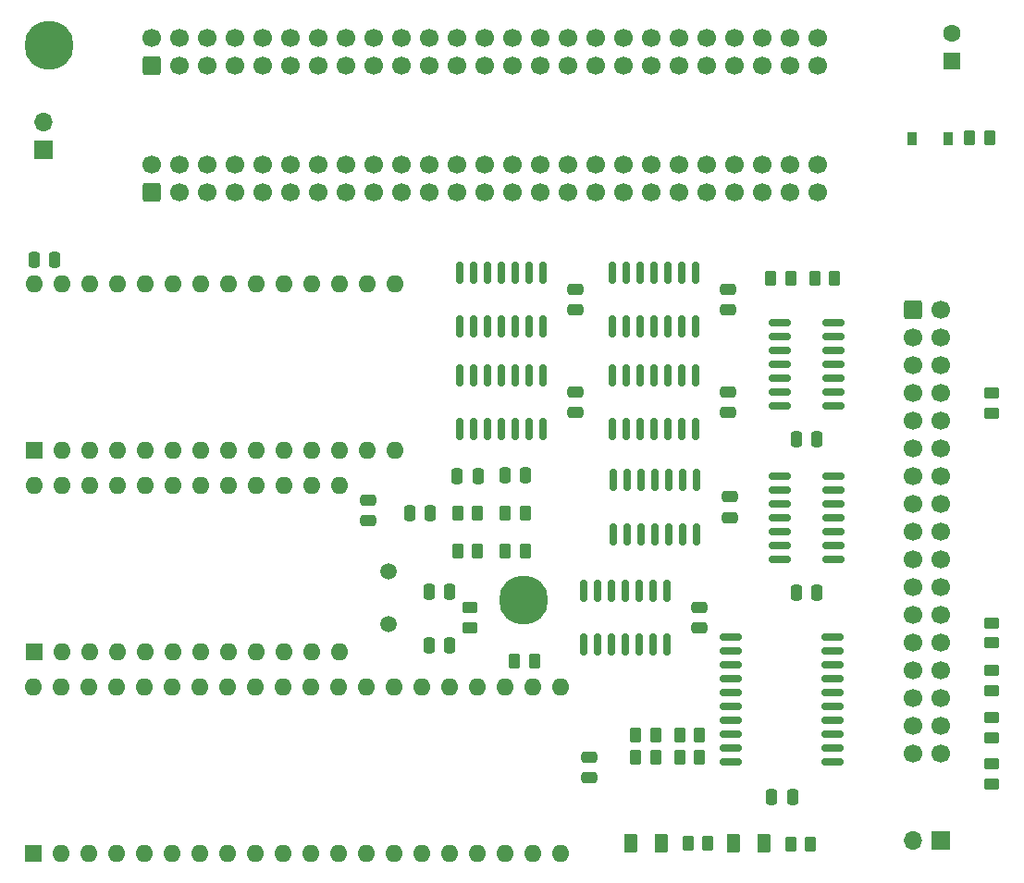
<source format=gbr>
%TF.GenerationSoftware,KiCad,Pcbnew,(6.0.7)*%
%TF.CreationDate,2022-12-20T23:04:03+00:00*%
%TF.ProjectId,CPC464-2MINIDDI,43504334-3634-42d3-924d-494e49444449,rev?*%
%TF.SameCoordinates,Original*%
%TF.FileFunction,Soldermask,Top*%
%TF.FilePolarity,Negative*%
%FSLAX46Y46*%
G04 Gerber Fmt 4.6, Leading zero omitted, Abs format (unit mm)*
G04 Created by KiCad (PCBNEW (6.0.7)) date 2022-12-20 23:04:03*
%MOMM*%
%LPD*%
G01*
G04 APERTURE LIST*
G04 Aperture macros list*
%AMRoundRect*
0 Rectangle with rounded corners*
0 $1 Rounding radius*
0 $2 $3 $4 $5 $6 $7 $8 $9 X,Y pos of 4 corners*
0 Add a 4 corners polygon primitive as box body*
4,1,4,$2,$3,$4,$5,$6,$7,$8,$9,$2,$3,0*
0 Add four circle primitives for the rounded corners*
1,1,$1+$1,$2,$3*
1,1,$1+$1,$4,$5*
1,1,$1+$1,$6,$7*
1,1,$1+$1,$8,$9*
0 Add four rect primitives between the rounded corners*
20,1,$1+$1,$2,$3,$4,$5,0*
20,1,$1+$1,$4,$5,$6,$7,0*
20,1,$1+$1,$6,$7,$8,$9,0*
20,1,$1+$1,$8,$9,$2,$3,0*%
G04 Aperture macros list end*
%ADD10RoundRect,0.150000X-0.825000X-0.150000X0.825000X-0.150000X0.825000X0.150000X-0.825000X0.150000X0*%
%ADD11RoundRect,0.150000X0.150000X-0.825000X0.150000X0.825000X-0.150000X0.825000X-0.150000X-0.825000X0*%
%ADD12C,4.500000*%
%ADD13RoundRect,0.250000X-0.375000X-0.625000X0.375000X-0.625000X0.375000X0.625000X-0.375000X0.625000X0*%
%ADD14RoundRect,0.250000X-0.262500X-0.450000X0.262500X-0.450000X0.262500X0.450000X-0.262500X0.450000X0*%
%ADD15RoundRect,0.250000X0.250000X0.475000X-0.250000X0.475000X-0.250000X-0.475000X0.250000X-0.475000X0*%
%ADD16RoundRect,0.250000X-0.475000X0.250000X-0.475000X-0.250000X0.475000X-0.250000X0.475000X0.250000X0*%
%ADD17RoundRect,0.250000X0.475000X-0.250000X0.475000X0.250000X-0.475000X0.250000X-0.475000X-0.250000X0*%
%ADD18RoundRect,0.250000X-0.250000X-0.475000X0.250000X-0.475000X0.250000X0.475000X-0.250000X0.475000X0*%
%ADD19RoundRect,0.250000X0.450000X-0.262500X0.450000X0.262500X-0.450000X0.262500X-0.450000X-0.262500X0*%
%ADD20RoundRect,0.250000X-0.450000X0.262500X-0.450000X-0.262500X0.450000X-0.262500X0.450000X0.262500X0*%
%ADD21R,1.600000X1.600000*%
%ADD22C,1.600000*%
%ADD23O,1.600000X1.600000*%
%ADD24C,1.500000*%
%ADD25R,1.700000X1.700000*%
%ADD26O,1.700000X1.700000*%
%ADD27RoundRect,0.250000X0.600000X-0.600000X0.600000X0.600000X-0.600000X0.600000X-0.600000X-0.600000X0*%
%ADD28C,1.700000*%
%ADD29RoundRect,0.150000X-0.875000X-0.150000X0.875000X-0.150000X0.875000X0.150000X-0.875000X0.150000X0*%
%ADD30RoundRect,0.250000X0.262500X0.450000X-0.262500X0.450000X-0.262500X-0.450000X0.262500X-0.450000X0*%
%ADD31RoundRect,0.250000X-0.600000X-0.600000X0.600000X-0.600000X0.600000X0.600000X-0.600000X0.600000X0*%
%ADD32R,0.900000X1.200000*%
G04 APERTURE END LIST*
D10*
%TO.C,IC408*%
X105119400Y-65481200D03*
X105119400Y-66751200D03*
X105119400Y-68021200D03*
X105119400Y-69291200D03*
X105119400Y-70561200D03*
X105119400Y-71831200D03*
X105119400Y-73101200D03*
X110069400Y-73101200D03*
X110069400Y-71831200D03*
X110069400Y-70561200D03*
X110069400Y-69291200D03*
X110069400Y-68021200D03*
X110069400Y-66751200D03*
X110069400Y-65481200D03*
%TD*%
D11*
%TO.C,IC412*%
X89890600Y-70750200D03*
X91160600Y-70750200D03*
X92430600Y-70750200D03*
X93700600Y-70750200D03*
X94970600Y-70750200D03*
X96240600Y-70750200D03*
X97510600Y-70750200D03*
X97510600Y-65800200D03*
X96240600Y-65800200D03*
X94970600Y-65800200D03*
X93700600Y-65800200D03*
X92430600Y-65800200D03*
X91160600Y-65800200D03*
X89890600Y-65800200D03*
%TD*%
D12*
%TO.C,H7*%
X81706800Y-76779200D03*
%TD*%
D13*
%TO.C,D450*%
X100911200Y-99060000D03*
X103711200Y-99060000D03*
%TD*%
D14*
%TO.C,R411*%
X104319700Y-47345600D03*
X106144700Y-47345600D03*
%TD*%
D15*
%TO.C,C453*%
X81899800Y-65354200D03*
X79999800Y-65354200D03*
%TD*%
D14*
%TO.C,R454*%
X80037300Y-68834000D03*
X81862300Y-68834000D03*
%TD*%
D16*
%TO.C,C408*%
X86410800Y-57724000D03*
X86410800Y-59624000D03*
%TD*%
D17*
%TO.C,C407*%
X100406200Y-50226000D03*
X100406200Y-48326000D03*
%TD*%
D18*
%TO.C,C412*%
X106644400Y-62026800D03*
X108544400Y-62026800D03*
%TD*%
D11*
%TO.C,IC410*%
X89789000Y-61149000D03*
X91059000Y-61149000D03*
X92329000Y-61149000D03*
X93599000Y-61149000D03*
X94869000Y-61149000D03*
X96139000Y-61149000D03*
X97409000Y-61149000D03*
X97409000Y-56199000D03*
X96139000Y-56199000D03*
X94869000Y-56199000D03*
X93599000Y-56199000D03*
X92329000Y-56199000D03*
X91059000Y-56199000D03*
X89789000Y-56199000D03*
%TD*%
D12*
%TO.C,H1*%
X38272800Y-25979200D03*
%TD*%
D19*
%TO.C,R404*%
X124561600Y-85062700D03*
X124561600Y-83237700D03*
%TD*%
D20*
%TO.C,R405*%
X124561600Y-78868900D03*
X124561600Y-80693900D03*
%TD*%
D17*
%TO.C,C404*%
X67462400Y-69545200D03*
X67462400Y-67645200D03*
%TD*%
D14*
%TO.C,R416*%
X95963100Y-89128600D03*
X97788100Y-89128600D03*
%TD*%
D21*
%TO.C,C401*%
X120929400Y-27392000D03*
D22*
X120929400Y-24892000D03*
%TD*%
D16*
%TO.C,C403*%
X87706200Y-91150400D03*
X87706200Y-93050400D03*
%TD*%
D21*
%TO.C,IC404*%
X36880800Y-63114000D03*
D23*
X39420800Y-63114000D03*
X41960800Y-63114000D03*
X44500800Y-63114000D03*
X47040800Y-63114000D03*
X49580800Y-63114000D03*
X52120800Y-63114000D03*
X54660800Y-63114000D03*
X57200800Y-63114000D03*
X59740800Y-63114000D03*
X62280800Y-63114000D03*
X64820800Y-63114000D03*
X67360800Y-63114000D03*
X69900800Y-63114000D03*
X69900800Y-47874000D03*
X67360800Y-47874000D03*
X64820800Y-47874000D03*
X62280800Y-47874000D03*
X59740800Y-47874000D03*
X57200800Y-47874000D03*
X54660800Y-47874000D03*
X52120800Y-47874000D03*
X49580800Y-47874000D03*
X47040800Y-47874000D03*
X44500800Y-47874000D03*
X41960800Y-47874000D03*
X39420800Y-47874000D03*
X36880800Y-47874000D03*
%TD*%
D18*
%TO.C,C455*%
X75605600Y-65405000D03*
X77505600Y-65405000D03*
%TD*%
D13*
%TO.C,D451*%
X91513200Y-99060000D03*
X94313200Y-99060000D03*
%TD*%
D20*
%TO.C,R451*%
X76809600Y-77497300D03*
X76809600Y-79322300D03*
%TD*%
D18*
%TO.C,C413*%
X106644400Y-76123800D03*
X108544400Y-76123800D03*
%TD*%
D24*
%TO.C,X451*%
X69367400Y-79031000D03*
X69367400Y-74151000D03*
%TD*%
D19*
%TO.C,R403*%
X124561600Y-59688100D03*
X124561600Y-57863100D03*
%TD*%
D16*
%TO.C,C410*%
X100533200Y-67325200D03*
X100533200Y-69225200D03*
%TD*%
D18*
%TO.C,C414*%
X104409200Y-94818200D03*
X106309200Y-94818200D03*
%TD*%
D20*
%TO.C,R452*%
X124561600Y-87555700D03*
X124561600Y-89380700D03*
%TD*%
D25*
%TO.C,LK401*%
X37719000Y-35590400D03*
D26*
X37719000Y-33050400D03*
%TD*%
D14*
%TO.C,R453*%
X80852000Y-82372200D03*
X82677000Y-82372200D03*
%TD*%
D16*
%TO.C,C411*%
X97815400Y-77434400D03*
X97815400Y-79334400D03*
%TD*%
D17*
%TO.C,C409*%
X100431600Y-59624000D03*
X100431600Y-57724000D03*
%TD*%
D14*
%TO.C,R457*%
X75643100Y-68834000D03*
X77468100Y-68834000D03*
%TD*%
D21*
%TO.C,IC451*%
X36880800Y-81508600D03*
D23*
X39420800Y-81508600D03*
X41960800Y-81508600D03*
X44500800Y-81508600D03*
X47040800Y-81508600D03*
X49580800Y-81508600D03*
X52120800Y-81508600D03*
X54660800Y-81508600D03*
X57200800Y-81508600D03*
X59740800Y-81508600D03*
X62280800Y-81508600D03*
X64820800Y-81508600D03*
X64820800Y-66268600D03*
X62280800Y-66268600D03*
X59740800Y-66268600D03*
X57200800Y-66268600D03*
X54660800Y-66268600D03*
X52120800Y-66268600D03*
X49580800Y-66268600D03*
X47040800Y-66268600D03*
X44500800Y-66268600D03*
X41960800Y-66268600D03*
X39420800Y-66268600D03*
X36880800Y-66268600D03*
%TD*%
D14*
%TO.C,R459*%
X96750500Y-99085400D03*
X98575500Y-99085400D03*
%TD*%
%TO.C,R455*%
X75643100Y-72288400D03*
X77468100Y-72288400D03*
%TD*%
%TO.C,R456*%
X80037300Y-72339200D03*
X81862300Y-72339200D03*
%TD*%
D27*
%TO.C,CE402*%
X47675800Y-39420800D03*
D28*
X47675800Y-36880800D03*
X50215800Y-39420800D03*
X50215800Y-36880800D03*
X52755800Y-39420800D03*
X52755800Y-36880800D03*
X55295800Y-39420800D03*
X55295800Y-36880800D03*
X57835800Y-39420800D03*
X57835800Y-36880800D03*
X60375800Y-39420800D03*
X60375800Y-36880800D03*
X62915800Y-39420800D03*
X62915800Y-36880800D03*
X65455800Y-39420800D03*
X65455800Y-36880800D03*
X67995800Y-39420800D03*
X67995800Y-36880800D03*
X70535800Y-39420800D03*
X70535800Y-36880800D03*
X73075800Y-39420800D03*
X73075800Y-36880800D03*
X75615800Y-39420800D03*
X75615800Y-36880800D03*
X78155800Y-39420800D03*
X78155800Y-36880800D03*
X80695800Y-39420800D03*
X80695800Y-36880800D03*
X83235800Y-39420800D03*
X83235800Y-36880800D03*
X85775800Y-39420800D03*
X85775800Y-36880800D03*
X88315800Y-39420800D03*
X88315800Y-36880800D03*
X90855800Y-39420800D03*
X90855800Y-36880800D03*
X93395800Y-39420800D03*
X93395800Y-36880800D03*
X95935800Y-39420800D03*
X95935800Y-36880800D03*
X98475800Y-39420800D03*
X98475800Y-36880800D03*
X101015800Y-39420800D03*
X101015800Y-36880800D03*
X103555800Y-39420800D03*
X103555800Y-36880800D03*
X106095800Y-39420800D03*
X106095800Y-36880800D03*
X108635800Y-39420800D03*
X108635800Y-36880800D03*
%TD*%
D11*
%TO.C,IC409*%
X75819000Y-61149000D03*
X77089000Y-61149000D03*
X78359000Y-61149000D03*
X79629000Y-61149000D03*
X80899000Y-61149000D03*
X82169000Y-61149000D03*
X83439000Y-61149000D03*
X83439000Y-56199000D03*
X82169000Y-56199000D03*
X80899000Y-56199000D03*
X79629000Y-56199000D03*
X78359000Y-56199000D03*
X77089000Y-56199000D03*
X75819000Y-56199000D03*
%TD*%
D27*
%TO.C,CE401*%
X47675800Y-27889200D03*
D28*
X47675800Y-25349200D03*
X50215800Y-27889200D03*
X50215800Y-25349200D03*
X52755800Y-27889200D03*
X52755800Y-25349200D03*
X55295800Y-27889200D03*
X55295800Y-25349200D03*
X57835800Y-27889200D03*
X57835800Y-25349200D03*
X60375800Y-27889200D03*
X60375800Y-25349200D03*
X62915800Y-27889200D03*
X62915800Y-25349200D03*
X65455800Y-27889200D03*
X65455800Y-25349200D03*
X67995800Y-27889200D03*
X67995800Y-25349200D03*
X70535800Y-27889200D03*
X70535800Y-25349200D03*
X73075800Y-27889200D03*
X73075800Y-25349200D03*
X75615800Y-27889200D03*
X75615800Y-25349200D03*
X78155800Y-27889200D03*
X78155800Y-25349200D03*
X80695800Y-27889200D03*
X80695800Y-25349200D03*
X83235800Y-27889200D03*
X83235800Y-25349200D03*
X85775800Y-27889200D03*
X85775800Y-25349200D03*
X88315800Y-27889200D03*
X88315800Y-25349200D03*
X90855800Y-27889200D03*
X90855800Y-25349200D03*
X93395800Y-27889200D03*
X93395800Y-25349200D03*
X95935800Y-27889200D03*
X95935800Y-25349200D03*
X98475800Y-27889200D03*
X98475800Y-25349200D03*
X101015800Y-27889200D03*
X101015800Y-25349200D03*
X103555800Y-27889200D03*
X103555800Y-25349200D03*
X106095800Y-27889200D03*
X106095800Y-25349200D03*
X108635800Y-27889200D03*
X108635800Y-25349200D03*
%TD*%
D14*
%TO.C,R458*%
X106148500Y-99110800D03*
X107973500Y-99110800D03*
%TD*%
D11*
%TO.C,IC405*%
X87172800Y-80859400D03*
X88442800Y-80859400D03*
X89712800Y-80859400D03*
X90982800Y-80859400D03*
X92252800Y-80859400D03*
X93522800Y-80859400D03*
X94792800Y-80859400D03*
X94792800Y-75909400D03*
X93522800Y-75909400D03*
X92252800Y-75909400D03*
X90982800Y-75909400D03*
X89712800Y-75909400D03*
X88442800Y-75909400D03*
X87172800Y-75909400D03*
%TD*%
D29*
%TO.C,IC403*%
X100633000Y-80187800D03*
X100633000Y-81457800D03*
X100633000Y-82727800D03*
X100633000Y-83997800D03*
X100633000Y-85267800D03*
X100633000Y-86537800D03*
X100633000Y-87807800D03*
X100633000Y-89077800D03*
X100633000Y-90347800D03*
X100633000Y-91617800D03*
X109933000Y-91617800D03*
X109933000Y-90347800D03*
X109933000Y-89077800D03*
X109933000Y-87807800D03*
X109933000Y-86537800D03*
X109933000Y-85267800D03*
X109933000Y-83997800D03*
X109933000Y-82727800D03*
X109933000Y-81457800D03*
X109933000Y-80187800D03*
%TD*%
D18*
%TO.C,C451*%
X73040200Y-76022200D03*
X74940200Y-76022200D03*
%TD*%
D30*
%TO.C,R418*%
X93774900Y-89128600D03*
X91949900Y-89128600D03*
%TD*%
D14*
%TO.C,R406*%
X122531500Y-34493200D03*
X124356500Y-34493200D03*
%TD*%
D11*
%TO.C,IC411*%
X89814400Y-51751000D03*
X91084400Y-51751000D03*
X92354400Y-51751000D03*
X93624400Y-51751000D03*
X94894400Y-51751000D03*
X96164400Y-51751000D03*
X97434400Y-51751000D03*
X97434400Y-46801000D03*
X96164400Y-46801000D03*
X94894400Y-46801000D03*
X93624400Y-46801000D03*
X92354400Y-46801000D03*
X91084400Y-46801000D03*
X89814400Y-46801000D03*
%TD*%
D16*
%TO.C,C406*%
X86410800Y-48326000D03*
X86410800Y-50226000D03*
%TD*%
D18*
%TO.C,C454*%
X71262200Y-68859400D03*
X73162200Y-68859400D03*
%TD*%
D10*
%TO.C,IC406*%
X105119400Y-51384200D03*
X105119400Y-52654200D03*
X105119400Y-53924200D03*
X105119400Y-55194200D03*
X105119400Y-56464200D03*
X105119400Y-57734200D03*
X105119400Y-59004200D03*
X110069400Y-59004200D03*
X110069400Y-57734200D03*
X110069400Y-56464200D03*
X110069400Y-55194200D03*
X110069400Y-53924200D03*
X110069400Y-52654200D03*
X110069400Y-51384200D03*
%TD*%
D11*
%TO.C,IC407*%
X75819000Y-51751000D03*
X77089000Y-51751000D03*
X78359000Y-51751000D03*
X79629000Y-51751000D03*
X80899000Y-51751000D03*
X82169000Y-51751000D03*
X83439000Y-51751000D03*
X83439000Y-46801000D03*
X82169000Y-46801000D03*
X80899000Y-46801000D03*
X79629000Y-46801000D03*
X78359000Y-46801000D03*
X77089000Y-46801000D03*
X75819000Y-46801000D03*
%TD*%
D25*
%TO.C,LK402*%
X119867600Y-98780600D03*
D26*
X117327600Y-98780600D03*
%TD*%
D31*
%TO.C,CD402*%
X117332100Y-50241200D03*
D28*
X119872100Y-50241200D03*
X117332100Y-52781200D03*
X119872100Y-52781200D03*
X117332100Y-55321200D03*
X119872100Y-55321200D03*
X117332100Y-57861200D03*
X119872100Y-57861200D03*
X117332100Y-60401200D03*
X119872100Y-60401200D03*
X117332100Y-62941200D03*
X119872100Y-62941200D03*
X117332100Y-65481200D03*
X119872100Y-65481200D03*
X117332100Y-68021200D03*
X119872100Y-68021200D03*
X117332100Y-70561200D03*
X119872100Y-70561200D03*
X117332100Y-73101200D03*
X119872100Y-73101200D03*
X117332100Y-75641200D03*
X119872100Y-75641200D03*
X117332100Y-78181200D03*
X119872100Y-78181200D03*
X117332100Y-80721200D03*
X119872100Y-80721200D03*
X117332100Y-83261200D03*
X119872100Y-83261200D03*
X117332100Y-85801200D03*
X119872100Y-85801200D03*
X117332100Y-88341200D03*
X119872100Y-88341200D03*
X117332100Y-90881200D03*
X119872100Y-90881200D03*
%TD*%
D18*
%TO.C,C405*%
X36880800Y-45669200D03*
X38780800Y-45669200D03*
%TD*%
D14*
%TO.C,R414*%
X108332900Y-47320200D03*
X110157900Y-47320200D03*
%TD*%
D30*
%TO.C,R417*%
X93774900Y-91186000D03*
X91949900Y-91186000D03*
%TD*%
D20*
%TO.C,R402*%
X124561600Y-91772100D03*
X124561600Y-93597100D03*
%TD*%
D32*
%TO.C,D401*%
X117272800Y-34544000D03*
X120572800Y-34544000D03*
%TD*%
D30*
%TO.C,R412*%
X97788100Y-91160600D03*
X95963100Y-91160600D03*
%TD*%
D18*
%TO.C,C452*%
X73040200Y-80924400D03*
X74940200Y-80924400D03*
%TD*%
D21*
%TO.C,IC401*%
X36799600Y-99969400D03*
D23*
X39339600Y-99969400D03*
X41879600Y-99969400D03*
X44419600Y-99969400D03*
X46959600Y-99969400D03*
X49499600Y-99969400D03*
X52039600Y-99969400D03*
X54579600Y-99969400D03*
X57119600Y-99969400D03*
X59659600Y-99969400D03*
X62199600Y-99969400D03*
X64739600Y-99969400D03*
X67279600Y-99969400D03*
X69819600Y-99969400D03*
X72359600Y-99969400D03*
X74899600Y-99969400D03*
X77439600Y-99969400D03*
X79979600Y-99969400D03*
X82519600Y-99969400D03*
X85059600Y-99969400D03*
X85059600Y-84729400D03*
X82519600Y-84729400D03*
X79979600Y-84729400D03*
X77439600Y-84729400D03*
X74899600Y-84729400D03*
X72359600Y-84729400D03*
X69819600Y-84729400D03*
X67279600Y-84729400D03*
X64739600Y-84729400D03*
X62199600Y-84729400D03*
X59659600Y-84729400D03*
X57119600Y-84729400D03*
X54579600Y-84729400D03*
X52039600Y-84729400D03*
X49499600Y-84729400D03*
X46959600Y-84729400D03*
X44419600Y-84729400D03*
X41879600Y-84729400D03*
X39339600Y-84729400D03*
X36799600Y-84729400D03*
%TD*%
M02*

</source>
